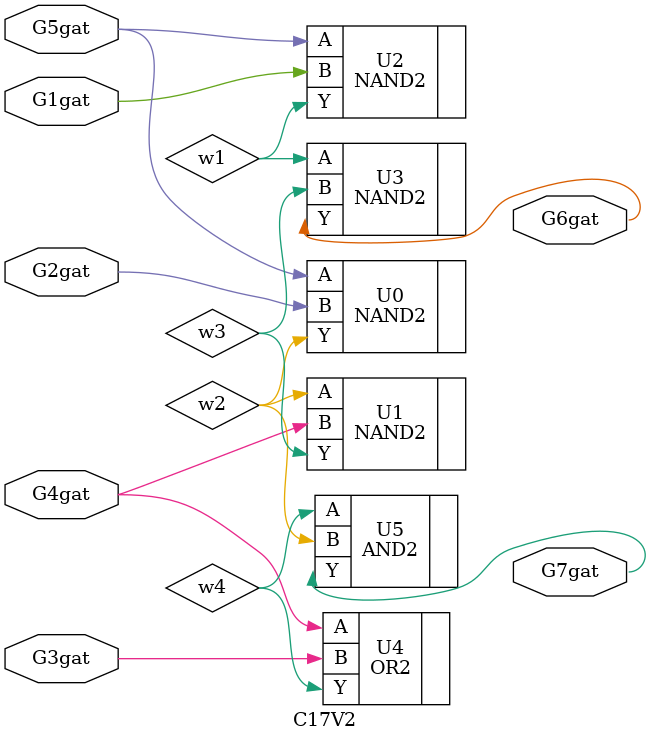
<source format=v>
module C17V2 (
    G1gat, G2gat, G3gat, G4gat, G5gat, G6gat, G7gat );
  input  G1gat, G2gat, G3gat, G4gat, G5gat;
  output G6gat, G7gat ;
  wire w1, w2, w3, w4;
  
  NAND2   U2(.A(G5gat), .B(G1gat), .Y(w1));
  NAND2   U0(.A(G5gat), .B(G2gat), .Y(w2));  
  NAND2   U1(.A(w2), .B(G4gat), .Y(w3));
  OR2     U4(.A(G4gat), .B(G3gat), .Y(w4));
  NAND2   U3(.A(w1), .B(w3), .Y(G6gat));
  AND2    U5(.A(w4), .B(w2), .Y(G7gat));

endmodule



</source>
